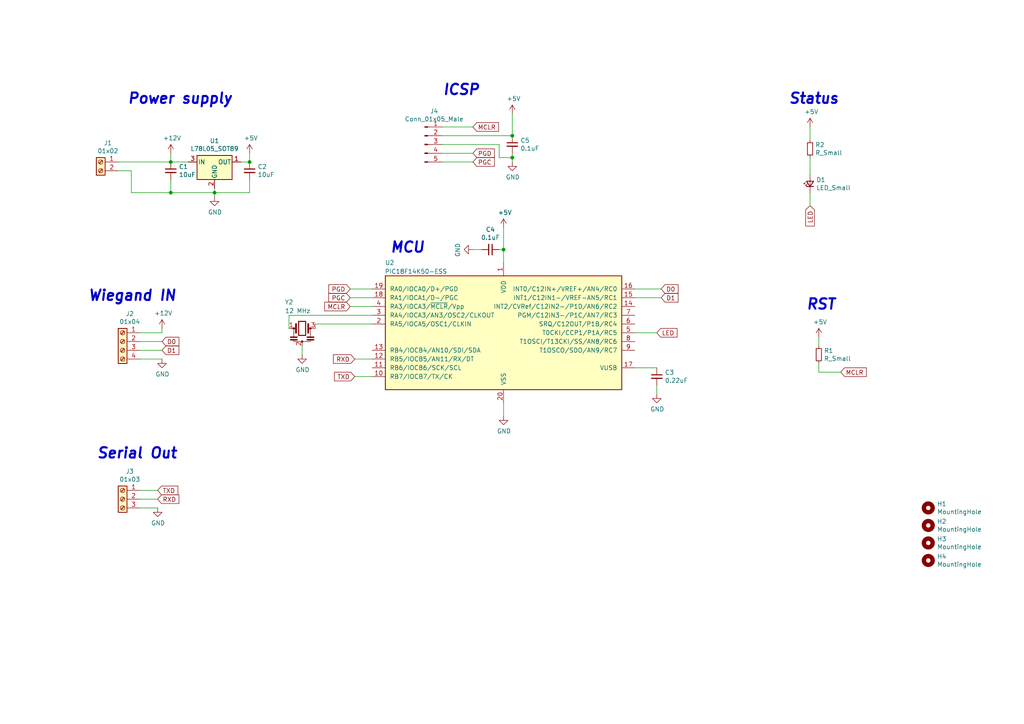
<source format=kicad_sch>
(kicad_sch (version 20211123) (generator eeschema)
  (paper "A4")
  (title_block (title "Convertidor Wiegand a Serial TTL") (date "2021-07-08") (rev "1.0") (company "JL- LAB") (comment 1 "Versión 1"))
  (lib_symbols
    (symbol "Connector:Conn_01x05_Male" (pin_names (offset 1.016) hide)
      (property "Reference" "J" (at 0 7.62 0))
      (property "Value" "Conn_01x05_Male" (at 0 -7.62 0))
      (symbol "Conn_01x05_Male_1_1"
        (polyline (pts (xy 1.27 -5.08) (xy 0.8636 -5.08)) (stroke (width 0.1524)))
        (polyline (pts (xy 1.27 -2.54) (xy 0.8636 -2.54)) (stroke (width 0.1524)))
        (polyline (pts (xy 1.27 0) (xy 0.8636 0)) (stroke (width 0.1524)))
        (polyline (pts (xy 1.27 2.54) (xy 0.8636 2.54)) (stroke (width 0.1524)))
        (polyline (pts (xy 1.27 5.08) (xy 0.8636 5.08)) (stroke (width 0.1524)))
        (rectangle (start 0.8636 -4.953) (end 0 -5.207) (stroke (width 0.1524)) (fill (type outline)))
        (rectangle (start 0.8636 -2.413) (end 0 -2.667) (stroke (width 0.1524)) (fill (type outline)))
        (rectangle (start 0.8636 0.127) (end 0 -0.127) (stroke (width 0.1524)) (fill (type outline)))
        (rectangle (start 0.8636 2.667) (end 0 2.413) (stroke (width 0.1524)) (fill (type outline)))
        (rectangle (start 0.8636 5.207) (end 0 4.953) (stroke (width 0.1524)) (fill (type outline)))
        (pin passive line (at 5.08 5.08 180) (length 3.81) (name "Pin_1") (number "1"))
        (pin passive line (at 5.08 2.54 180) (length 3.81) (name "Pin_2") (number "2"))
        (pin passive line (at 5.08 0 180) (length 3.81) (name "Pin_3") (number "3"))
        (pin passive line (at 5.08 -2.54 180) (length 3.81) (name "Pin_4") (number "4"))
        (pin passive line (at 5.08 -5.08 180) (length 3.81) (name "Pin_5") (number "5"))
      )
    )
    (symbol "Connector:Screw_Terminal_01x02" (pin_names (offset 1.016) hide)
      (property "Reference" "J" (at 0 2.54 0))
      (property "Value" "Screw_Terminal_01x02" (at 0 -5.08 0))
      (symbol "Screw_Terminal_01x02_1_1"
        (rectangle (start -1.27 1.27) (end 1.27 -3.81) (stroke (width 0.254)) (fill (type background)))
        (circle (center 0 -2.54) (radius 0.635) (stroke (width 0.1524)))
        (polyline (pts (xy -0.5334 -2.2098) (xy 0.3302 -3.048)) (stroke (width 0.1524)))
        (polyline (pts (xy -0.5334 0.3302) (xy 0.3302 -0.508)) (stroke (width 0.1524)))
        (polyline (pts (xy -0.3556 -2.032) (xy 0.508 -2.8702)) (stroke (width 0.1524)))
        (polyline (pts (xy -0.3556 0.508) (xy 0.508 -0.3302)) (stroke (width 0.1524)))
        (circle (center 0 0) (radius 0.635) (stroke (width 0.1524)))
        (pin passive line (at -5.08 0 0) (length 3.81) (name "Pin_1") (number "1"))
        (pin passive line (at -5.08 -2.54 0) (length 3.81) (name "Pin_2") (number "2"))
      )
    )
    (symbol "Connector:Screw_Terminal_01x03" (pin_names (offset 1.016) hide)
      (property "Reference" "J" (at 0 5.08 0))
      (property "Value" "Screw_Terminal_01x03" (at 0 -5.08 0))
      (symbol "Screw_Terminal_01x03_1_1"
        (rectangle (start -1.27 3.81) (end 1.27 -3.81) (stroke (width 0.254)) (fill (type background)))
        (circle (center 0 -2.54) (radius 0.635) (stroke (width 0.1524)))
        (polyline (pts (xy -0.5334 -2.2098) (xy 0.3302 -3.048)) (stroke (width 0.1524)))
        (polyline (pts (xy -0.5334 0.3302) (xy 0.3302 -0.508)) (stroke (width 0.1524)))
        (polyline (pts (xy -0.5334 2.8702) (xy 0.3302 2.032)) (stroke (width 0.1524)))
        (polyline (pts (xy -0.3556 -2.032) (xy 0.508 -2.8702)) (stroke (width 0.1524)))
        (polyline (pts (xy -0.3556 0.508) (xy 0.508 -0.3302)) (stroke (width 0.1524)))
        (polyline (pts (xy -0.3556 3.048) (xy 0.508 2.2098)) (stroke (width 0.1524)))
        (circle (center 0 0) (radius 0.635) (stroke (width 0.1524)))
        (circle (center 0 2.54) (radius 0.635) (stroke (width 0.1524)))
        (pin passive line (at -5.08 2.54 0) (length 3.81) (name "Pin_1") (number "1"))
        (pin passive line (at -5.08 0 0) (length 3.81) (name "Pin_2") (number "2"))
        (pin passive line (at -5.08 -2.54 0) (length 3.81) (name "Pin_3") (number "3"))
      )
    )
    (symbol "Connector:Screw_Terminal_01x04" (pin_names (offset 1.016) hide)
      (property "Reference" "J" (at 0 5.08 0))
      (property "Value" "Screw_Terminal_01x04" (at 0 -7.62 0))
      (symbol "Screw_Terminal_01x04_1_1"
        (rectangle (start -1.27 3.81) (end 1.27 -6.35) (stroke (width 0.254)) (fill (type background)))
        (circle (center 0 -5.08) (radius 0.635) (stroke (width 0.1524)))
        (circle (center 0 -2.54) (radius 0.635) (stroke (width 0.1524)))
        (polyline (pts (xy -0.5334 -4.7498) (xy 0.3302 -5.588)) (stroke (width 0.1524)))
        (polyline (pts (xy -0.5334 -2.2098) (xy 0.3302 -3.048)) (stroke (width 0.1524)))
        (polyline (pts (xy -0.5334 0.3302) (xy 0.3302 -0.508)) (stroke (width 0.1524)))
        (polyline (pts (xy -0.5334 2.8702) (xy 0.3302 2.032)) (stroke (width 0.1524)))
        (polyline (pts (xy -0.3556 -4.572) (xy 0.508 -5.4102)) (stroke (width 0.1524)))
        (polyline (pts (xy -0.3556 -2.032) (xy 0.508 -2.8702)) (stroke (width 0.1524)))
        (polyline (pts (xy -0.3556 0.508) (xy 0.508 -0.3302)) (stroke (width 0.1524)))
        (polyline (pts (xy -0.3556 3.048) (xy 0.508 2.2098)) (stroke (width 0.1524)))
        (circle (center 0 0) (radius 0.635) (stroke (width 0.1524)))
        (circle (center 0 2.54) (radius 0.635) (stroke (width 0.1524)))
        (pin passive line (at -5.08 2.54 0) (length 3.81) (name "Pin_1") (number "1"))
        (pin passive line (at -5.08 0 0) (length 3.81) (name "Pin_2") (number "2"))
        (pin passive line (at -5.08 -2.54 0) (length 3.81) (name "Pin_3") (number "3"))
        (pin passive line (at -5.08 -5.08 0) (length 3.81) (name "Pin_4") (number "4"))
      )
    )
    (symbol "Device:C_Small" (pin_numbers hide) (pin_names (offset 0.254) hide)
      (property "Reference" "C" (at 0.254 1.778 0))
      (property "Value" "C_Small" (at 0.254 -2.032 0))
      (symbol "C_Small_0_1"
        (polyline (pts (xy -1.524 -0.508) (xy 1.524 -0.508)) (stroke (width 0.3302)))
        (polyline (pts (xy -1.524 0.508) (xy 1.524 0.508)) (stroke (width 0.3048)))
      )
      (symbol "C_Small_1_1"
        (pin passive line (at 0 2.54 270) (length 2.032) (name "~") (number "1"))
        (pin passive line (at 0 -2.54 90) (length 2.032) (name "~") (number "2"))
      )
    )
    (symbol "Device:LED_Small" (pin_numbers hide) (pin_names (offset 0.254) hide)
      (property "Reference" "D" (at -1.27 3.175 0))
      (property "Value" "LED_Small" (at -4.445 -2.54 0))
      (symbol "LED_Small_0_1"
        (polyline (pts (xy -0.762 -1.016) (xy -0.762 1.016)) (stroke (width 0.254)))
        (polyline (pts (xy 1.016 0) (xy -0.762 0)))
        (polyline (pts (xy 0.762 -1.016) (xy -0.762 0) (xy 0.762 1.016) (xy 0.762 -1.016)) (stroke (width 0.254)))
        (polyline (pts (xy 0 0.762) (xy -0.508 1.27) (xy -0.254 1.27) (xy -0.508 1.27) (xy -0.508 1.016)))
        (polyline (pts (xy 0.508 1.27) (xy 0 1.778) (xy 0.254 1.778) (xy 0 1.778) (xy 0 1.524)))
      )
      (symbol "LED_Small_1_1"
        (pin passive line (at -2.54 0 0) (length 1.778) (name "K") (number "1"))
        (pin passive line (at 2.54 0 180) (length 1.778) (name "A") (number "2"))
      )
    )
    (symbol "Device:R_Small" (pin_numbers hide) (pin_names (offset 0.254) hide)
      (property "Reference" "R" (at 0.762 0.508 0))
      (property "Value" "R_Small" (at 0.762 -1.016 0))
      (symbol "R_Small_0_1"
        (rectangle (start -0.762 1.778) (end 0.762 -1.778) (stroke (width 0.2032)))
      )
      (symbol "R_Small_1_1"
        (pin passive line (at 0 2.54 270) (length 0.762) (name "~") (number "1"))
        (pin passive line (at 0 -2.54 90) (length 0.762) (name "~") (number "2"))
      )
    )
    (symbol "Device:Resonator" (pin_names (offset 1.016) hide)
      (property "Reference" "Y" (at 0 5.715 0))
      (property "Value" "Resonator" (at 0 3.81 0))
      (symbol "Resonator_0_1"
        (rectangle (start -3.429 -3.175) (end -1.397 -3.429) (fill (type outline)))
        (rectangle (start -3.429 -2.413) (end -1.397 -2.667) (fill (type outline)))
        (circle (center -2.413 0) (radius 0.254) (fill (type outline)))
        (rectangle (start -1.016 2.032) (end 1.016 -2.032) (stroke (width 0.3048)))
        (circle (center 0 -3.81) (radius 0.254) (fill (type outline)))
        (polyline (pts (xy -2.413 -2.413) (xy -2.413 0)))
        (polyline (pts (xy -1.905 0) (xy -3.175 0)))
        (polyline (pts (xy -1.778 -1.27) (xy -1.778 1.27)) (stroke (width 0.508)))
        (polyline (pts (xy 1.778 -1.27) (xy 1.778 1.27)) (stroke (width 0.508)))
        (polyline (pts (xy 1.905 0) (xy 2.54 0)))
        (polyline (pts (xy 2.413 0) (xy 2.413 -2.54)))
        (polyline (pts (xy 2.413 -3.302) (xy 2.413 -3.81) (xy -2.413 -3.81) (xy -2.413 -3.302)))
        (rectangle (start 1.397 -3.175) (end 3.429 -3.429) (fill (type outline)))
        (rectangle (start 1.397 -2.413) (end 3.429 -2.667) (fill (type outline)))
        (circle (center 2.413 0) (radius 0.254) (fill (type outline)))
      )
      (symbol "Resonator_1_1"
        (pin passive line (at -3.81 0 0) (length 1.27) (name "1") (number "1"))
        (pin passive line (at 0 -5.08 90) (length 1.27) (name "2") (number "2"))
        (pin passive line (at 3.81 0 180) (length 1.27) (name "3") (number "3"))
      )
    )
    (symbol "MCU_Microchip_PIC18:PIC18F14K50-ESS" (pin_names (offset 1.27))
      (property "Reference" "U" (at -33.02 17.78 0))
      (property "Value" "PIC18F14K50-ESS" (at 22.86 -17.78 0))
      (symbol "PIC18F14K50-ESS_0_1"
        (rectangle (start -34.29 16.51) (end 34.29 -16.51) (stroke (width 0.254)) (fill (type background)))
      )
      (symbol "PIC18F14K50-ESS_1_1"
        (pin power_in line (at 0 20.32 270) (length 3.81) (name "VDD") (number "1"))
        (pin bidirectional line (at -38.1 -12.7 0) (length 3.81) (name "RB7/IOCB7/TX/CK") (number "10"))
        (pin bidirectional line (at -38.1 -10.16 0) (length 3.81) (name "RB6/IOCB6/SCK/SCL") (number "11"))
        (pin bidirectional line (at -38.1 -7.62 0) (length 3.81) (name "RB5/IOCB5/AN11/RX/DT") (number "12"))
        (pin bidirectional line (at -38.1 -5.08 0) (length 3.81) (name "RB4/IOCB4/AN10/SDI/SDA") (number "13"))
        (pin bidirectional line (at 38.1 7.62 180) (length 3.81) (name "INT2/CVRef/C12IN2-/P1D/AN6/RC2") (number "14"))
        (pin bidirectional line (at 38.1 10.16 180) (length 3.81) (name "INT1/C12IN1-/VREF-AN5/RC1") (number "15"))
        (pin bidirectional line (at 38.1 12.7 180) (length 3.81) (name "INT0/C12IN+/VREF+/AN4/RC0") (number "16"))
        (pin passive line (at 38.1 -10.16 180) (length 3.81) (name "VUSB") (number "17"))
        (pin bidirectional line (at -38.1 10.16 0) (length 3.81) (name "RA1/IOCA1/D-/PGC") (number "18"))
        (pin bidirectional line (at -38.1 12.7 0) (length 3.81) (name "RA0/IOCA0/D+/PGD") (number "19"))
        (pin bidirectional line (at -38.1 2.54 0) (length 3.81) (name "RA5/IOCA5/OSC1/CLKIN") (number "2"))
        (pin power_in line (at 0 -20.32 90) (length 3.81) (name "VSS") (number "20"))
        (pin bidirectional line (at -38.1 5.08 0) (length 3.81) (name "RA4/IOCA3/AN3/OSC2/CLKOUT") (number "3"))
        (pin input line (at -38.1 7.62 0) (length 3.81) (name "RA3/IOCA3/~{MCLR}/Vpp") (number "4"))
        (pin bidirectional line (at 38.1 0 180) (length 3.81) (name "T0CKI/CCP1/P1A/RC5") (number "5"))
        (pin bidirectional line (at 38.1 2.54 180) (length 3.81) (name "SRQ/C12OUT/P1B/RC4") (number "6"))
        (pin bidirectional line (at 38.1 5.08 180) (length 3.81) (name "PGM/C12IN3-/P1C/AN7/RC3") (number "7"))
        (pin bidirectional line (at 38.1 -2.54 180) (length 3.81) (name "T1OSCI/T13CKI/SS/AN8/RC6") (number "8"))
        (pin bidirectional line (at 38.1 -5.08 180) (length 3.81) (name "T1OSCO/SDO/AN9/RC7") (number "9"))
      )
    )
    (symbol "Mechanical:MountingHole" (pin_names (offset 1.016))
      (property "Reference" "H" (at 0 5.08 0))
      (property "Value" "MountingHole" (at 0 3.175 0))
      (symbol "MountingHole_0_1"
        (circle (center 0 0) (radius 1.27) (stroke (width 1.27)))
      )
    )
    (symbol "Regulator_Linear:L78L05_SOT89" (pin_names (offset 0.254))
      (property "Reference" "U" (at -3.81 3.175 0))
      (property "Value" "L78L05_SOT89" (at -0.635 3.175 0))
      (symbol "L78L05_SOT89_0_1"
        (rectangle (start -5.08 1.905) (end 5.08 -5.08) (stroke (width 0.254)) (fill (type background)))
      )
      (symbol "L78L05_SOT89_1_1"
        (pin power_out line (at 7.62 0 180) (length 2.54) (name "OUT") (number "1"))
        (pin power_in line (at 0 -7.62 90) (length 2.54) (name "GND") (number "2"))
        (pin power_in line (at -7.62 0 0) (length 2.54) (name "IN") (number "3"))
      )
    )
    (symbol "power:+12V" (power) (pin_names (offset 0))
      (property "Value" "+12V" (at 0 3.556 0))
      (symbol "+12V_0_1"
        (polyline (pts (xy -0.762 1.27) (xy 0 2.54)))
        (polyline (pts (xy 0 0) (xy 0 2.54)))
        (polyline (pts (xy 0 2.54) (xy 0.762 1.27)))
      )
      (symbol "+12V_1_1"
        (pin power_in line (at 0 0 90) (length 0) hide (name "+12V") (number "1"))
      )
    )
    (symbol "power:+5V" (power) (pin_names (offset 0))
      (property "Value" "+5V" (at 0 3.556 0))
      (symbol "+5V_0_1"
        (polyline (pts (xy -0.762 1.27) (xy 0 2.54)))
        (polyline (pts (xy 0 0) (xy 0 2.54)))
        (polyline (pts (xy 0 2.54) (xy 0.762 1.27)))
      )
      (symbol "+5V_1_1"
        (pin power_in line (at 0 0 90) (length 0) hide (name "+5V") (number "1"))
      )
    )
    (symbol "power:GND" (power) (pin_names (offset 0))
      (property "Value" "GND" (at 0 -3.81 0))
      (symbol "GND_0_1"
        (polyline (pts (xy 0 0) (xy 0 -1.27) (xy 1.27 -1.27) (xy 0 -2.54) (xy -1.27 -1.27) (xy 0 -1.27)))
      )
      (symbol "GND_1_1"
        (pin power_in line (at 0 0 270) (length 0) hide (name "GND") (number "1"))
      )
    )
  )
  (junction (at 148.59 39.37))
  (junction (at 49.53 55.88))
  (junction (at 62.23 55.88))
  (junction (at 148.59 45.72))
  (junction (at 49.53 46.99))
  (junction (at 146.05 72.39))
  (junction (at 72.39 46.99))
  (wire (pts (xy 49.53 52.07) (xy 49.53 55.88)))
  (wire (pts (xy 72.39 46.99) (xy 69.85 46.99)))
  (wire (pts (xy 190.5 106.68) (xy 184.15 106.68)))
  (wire (pts (xy 137.16 46.99) (xy 128.27 46.99)))
  (wire (pts (xy 40.64 99.06) (xy 46.99 99.06)))
  (wire (pts (xy 234.95 36.83) (xy 234.95 40.64)))
  (wire (pts (xy 72.39 52.07) (xy 72.39 55.88)))
  (wire (pts (xy 72.39 55.88) (xy 62.23 55.88)))
  (wire (pts (xy 40.64 144.78) (xy 45.72 144.78)))
  (wire (pts (xy 91.44 93.98) (xy 107.95 93.98)))
  (wire (pts (xy 40.64 104.14) (xy 46.99 104.14)))
  (wire (pts (xy 190.5 111.76) (xy 190.5 114.3)))
  (wire (pts (xy 128.27 41.91) (xy 144.78 41.91)))
  (wire (pts (xy 237.49 97.79) (xy 237.49 100.33)))
  (wire (pts (xy 146.05 76.2) (xy 146.05 72.39)))
  (wire (pts (xy 101.6 83.82) (xy 107.95 83.82)))
  (wire (pts (xy 38.1 55.88) (xy 49.53 55.88)))
  (wire (pts (xy 38.1 49.53) (xy 38.1 55.88)))
  (wire (pts (xy 62.23 55.88) (xy 62.23 54.61)))
  (wire (pts (xy 102.87 109.22) (xy 107.95 109.22)))
  (wire (pts (xy 148.59 33.02) (xy 148.59 39.37)))
  (wire (pts (xy 144.78 41.91) (xy 144.78 45.72)))
  (wire (pts (xy 128.27 36.83) (xy 137.16 36.83)))
  (wire (pts (xy 91.44 95.25) (xy 91.44 93.98)))
  (wire (pts (xy 40.64 96.52) (xy 46.99 96.52)))
  (wire (pts (xy 34.29 46.99) (xy 49.53 46.99)))
  (wire (pts (xy 49.53 44.45) (xy 49.53 46.99)))
  (wire (pts (xy 107.95 88.9) (xy 101.6 88.9)))
  (wire (pts (xy 144.78 45.72) (xy 148.59 45.72)))
  (wire (pts (xy 148.59 44.45) (xy 148.59 45.72)))
  (wire (pts (xy 107.95 91.44) (xy 83.82 91.44)))
  (wire (pts (xy 40.64 101.6) (xy 46.99 101.6)))
  (wire (pts (xy 40.64 147.32) (xy 45.72 147.32)))
  (wire (pts (xy 62.23 57.15) (xy 62.23 55.88)))
  (wire (pts (xy 191.77 86.36) (xy 184.15 86.36)))
  (wire (pts (xy 237.49 107.95) (xy 237.49 105.41)))
  (wire (pts (xy 46.99 96.52) (xy 46.99 95.25)))
  (wire (pts (xy 243.84 107.95) (xy 237.49 107.95)))
  (wire (pts (xy 83.82 91.44) (xy 83.82 95.25)))
  (wire (pts (xy 34.29 49.53) (xy 38.1 49.53)))
  (wire (pts (xy 107.95 104.14) (xy 102.87 104.14)))
  (wire (pts (xy 40.64 142.24) (xy 45.72 142.24)))
  (wire (pts (xy 191.77 83.82) (xy 184.15 83.82)))
  (wire (pts (xy 234.95 59.69) (xy 234.95 55.88)))
  (wire (pts (xy 107.95 86.36) (xy 101.6 86.36)))
  (wire (pts (xy 137.16 44.45) (xy 128.27 44.45)))
  (wire (pts (xy 87.63 100.33) (xy 87.63 102.87)))
  (wire (pts (xy 146.05 72.39) (xy 146.05 66.04)))
  (wire (pts (xy 234.95 45.72) (xy 234.95 50.8)))
  (wire (pts (xy 128.27 39.37) (xy 148.59 39.37)))
  (wire (pts (xy 146.05 72.39) (xy 144.78 72.39)))
  (wire (pts (xy 146.05 116.84) (xy 146.05 120.65)))
  (wire (pts (xy 54.61 46.99) (xy 49.53 46.99)))
  (wire (pts (xy 139.7 72.39) (xy 137.16 72.39)))
  (wire (pts (xy 190.5 96.52) (xy 184.15 96.52)))
  (wire (pts (xy 72.39 44.45) (xy 72.39 46.99)))
  (wire (pts (xy 148.59 45.72) (xy 148.59 46.99)))
  (wire (pts (xy 49.53 55.88) (xy 62.23 55.88)))
  (text "Status" (at 228.6 30.48 0) (effects (font (size 2.9972 2.9972) (thickness 0.5994) bold italic) (justify left bottom)))
  (text "MCU" (at 113.03 73.66 0) (effects (font (size 2.9972 2.9972) (thickness 0.5994) bold italic) (justify left bottom)))
  (text "Serial Out" (at 27.94 133.35 0) (effects (font (size 2.9972 2.9972) (thickness 0.5994) bold italic) (justify left bottom)))
  (text "Wiegand IN" (at 25.4 87.63 0) (effects (font (size 2.9972 2.9972) (thickness 0.5994) bold italic) (justify left bottom)))
  (text "ICSP" (at 128.27 27.94 0) (effects (font (size 2.9972 2.9972) (thickness 0.5994) bold italic) (justify left bottom)))
  (text "Power supply" (at 36.83 30.48 0) (effects (font (size 2.9972 2.9972) (thickness 0.5994) bold italic) (justify left bottom)))
  (text "RST" (at 233.68 90.17 0) (effects (font (size 2.9972 2.9972) (thickness 0.5994) bold italic) (justify left bottom)))
  (global_label "PGD" (shape input) (at 137.16 44.45 0) (property "Intersheet References" "${INTERSHEET_REFS}" (effects hide)))
  (global_label "MCLR" (shape input) (at 243.84 107.95 0) (property "Intersheet References" "${INTERSHEET_REFS}" (effects hide)))
  (global_label "D0" (shape input) (at 191.77 83.82 0) (property "Intersheet References" "${INTERSHEET_REFS}" (effects hide)))
  (global_label "MCLR" (shape input) (at 137.16 36.83 0) (property "Intersheet References" "${INTERSHEET_REFS}" (effects hide)))
  (global_label "LED" (shape input) (at 234.95 59.69 270) (property "Intersheet References" "${INTERSHEET_REFS}" (effects hide)))
  (global_label "RXD" (shape input) (at 102.87 104.14 180) (property "Intersheet References" "${INTERSHEET_REFS}" (effects hide)))
  (global_label "D1" (shape input) (at 191.77 86.36 0) (property "Intersheet References" "${INTERSHEET_REFS}" (effects hide)))
  (global_label "D0" (shape input) (at 46.99 99.06 0) (property "Intersheet References" "${INTERSHEET_REFS}" (effects hide)))
  (global_label "TXD" (shape input) (at 102.87 109.22 180) (property "Intersheet References" "${INTERSHEET_REFS}" (effects hide)))
  (global_label "PGC" (shape input) (at 137.16 46.99 0) (property "Intersheet References" "${INTERSHEET_REFS}" (effects hide)))
  (global_label "RXD" (shape input) (at 45.72 144.78 0) (property "Intersheet References" "${INTERSHEET_REFS}" (effects hide)))
  (global_label "PGD" (shape input) (at 101.6 83.82 180) (property "Intersheet References" "${INTERSHEET_REFS}" (effects hide)))
  (global_label "TXD" (shape input) (at 45.72 142.24 0) (property "Intersheet References" "${INTERSHEET_REFS}" (effects hide)))
  (global_label "D1" (shape input) (at 46.99 101.6 0) (property "Intersheet References" "${INTERSHEET_REFS}" (effects hide)))
  (global_label "LED" (shape input) (at 190.5 96.52 0) (property "Intersheet References" "${INTERSHEET_REFS}" (effects hide)))
  (global_label "MCLR" (shape input) (at 101.6 88.9 180) (property "Intersheet References" "${INTERSHEET_REFS}" (effects hide)))
  (global_label "PGC" (shape input) (at 101.6 86.36 180) (property "Intersheet References" "${INTERSHEET_REFS}" (effects hide)))
  (symbol (lib_id "Mechanical:MountingHole") (at 269.24 162.56 0) (unit 1)
    (property "Reference" "H4" (at 271.78 161.3916 0) (effects (justify left)))
    (property "Value" "MountingHole" (at 271.78 163.703 0) (effects (justify left)))
    (property "Footprint" "MountingHole:MountingHole_3.2mm_M3_DIN965" (effects hide))
    (property "LCSC" "-" (effects hide))
  )
  (symbol (lib_id "Mechanical:MountingHole") (at 269.24 157.48 0) (unit 1)
    (property "Reference" "H3" (at 271.78 156.3116 0) (effects (justify left)))
    (property "Value" "MountingHole" (at 271.78 158.623 0) (effects (justify left)))
    (property "Footprint" "MountingHole:MountingHole_3.2mm_M3_DIN965" (effects hide))
    (property "LCSC" "-" (effects hide))
  )
  (symbol (lib_id "Mechanical:MountingHole") (at 269.24 152.4 0) (unit 1)
    (property "Reference" "H2" (at 271.78 151.2316 0) (effects (justify left)))
    (property "Value" "MountingHole" (at 271.78 153.543 0) (effects (justify left)))
    (property "Footprint" "MountingHole:MountingHole_3.2mm_M3_DIN965" (effects hide))
    (property "LCSC" "-" (effects hide))
  )
  (symbol (lib_id "Mechanical:MountingHole") (at 269.24 147.32 0) (unit 1)
    (property "Reference" "H1" (at 271.78 146.1516 0) (effects (justify left)))
    (property "Value" "MountingHole" (at 271.78 148.463 0) (effects (justify left)))
    (property "Footprint" "MountingHole:MountingHole_3.2mm_M3_DIN965" (effects hide))
    (property "LCSC" "-" (effects hide))
  )
  (symbol (lib_id "MCU_Microchip_PIC18:PIC18F14K50-ESS") (at 146.05 96.52 0) (unit 1)
    (property "Reference" "U2" (at 113.03 76.2 0))
    (property "Value" "PIC18F14K50-ESS" (at 120.65 78.74 0))
    (property "Footprint" "Package_SO:SSOP-20_5.3x7.2mm_P0.65mm" (effects hide))
    (property "Datasheet" "http://ww1.microchip.com/downloads/en/devicedoc/41350c.pdf" (effects hide))
    (property "LCSC" "C12460" (effects hide))
  )
  (symbol (lib_id "Connector:Screw_Terminal_01x02") (at 29.21 46.99 0) (mirror y) (unit 1)
    (property "Reference" "J1" (at 31.2928 41.4782 0))
    (property "Value" "01x02" (at 31.2928 43.7896 0))
    (property "Footprint" "TerminalBlock_4Ucon:TerminalBlock_4Ucon_1x02_P3.50mm_Horizontal" (effects hide))
    (property "LCSC" "C784942" (effects hide))
  )
  (symbol (lib_id "Connector:Screw_Terminal_01x04") (at 35.56 99.06 0) (mirror y) (unit 1)
    (property "Reference" "J2" (at 37.6428 91.0082 0))
    (property "Value" "01x04" (at 37.6428 93.3196 0))
    (property "Footprint" "TerminalBlock_4Ucon:TerminalBlock_4Ucon_1x04_P3.50mm_Horizontal" (effects hide))
    (property "LCSC" "C557656" (effects hide))
  )
  (symbol (lib_id "Connector:Screw_Terminal_01x03") (at 35.56 144.78 0) (mirror y) (unit 1)
    (property "Reference" "J3" (at 37.6428 136.7282 0))
    (property "Value" "01x03" (at 37.6428 139.0396 0))
    (property "Footprint" "TerminalBlock_4Ucon:TerminalBlock_4Ucon_1x03_P3.50mm_Horizontal" (effects hide))
    (property "LCSC" "C557655" (effects hide))
  )
  (symbol (lib_id "Device:Resonator") (at 87.63 95.25 0) (unit 1)
    (property "Reference" "Y2" (at 83.82 87.63 0))
    (property "Value" "12 MHz" (at 86.36 90.17 0))
    (property "Footprint" "Crystal:Resonator_SMD_muRata_CSTxExxV-3Pin_3.0x1.1mm" (effects hide))
    (property "Part Number" "CSTNE12M0G52Z000R0" (effects hide))
    (property "LCSC" "C907940" (effects hide))
  )
  (symbol (lib_id "power:GND") (at 87.63 102.87 0) (unit 1)
    (property "Reference" "#PWR0101" (effects hide))
    (property "Value" "GND" (at 87.757 107.2642 0))
  )
  (symbol (lib_id "power:+5V") (at 72.39 44.45 0) (unit 1)
    (property "Reference" "#PWR0102" (effects hide))
    (property "Value" "+5V" (at 72.771 40.0558 0))
  )
  (symbol (lib_id "Regulator_Linear:L78L05_SOT89") (at 62.23 46.99 0) (unit 1)
    (property "Reference" "U1" (at 62.23 40.8432 0))
    (property "Value" "L78L05_SOT89" (at 62.23 43.1546 0))
    (property "Footprint" "Package_TO_SOT_SMD:SOT-89-3" (effects hide))
    (property "Datasheet" "https://lcsc.com/product-detail/Dropout-Regulators-LDO_LR-LR2010B-M50_C459773.html" (effects hide))
    (property "Part Number" "LR2010B-M50" (effects hide))
    (property "LCSC" "C459773" (effects hide))
  )
  (symbol (lib_id "Device:C_Small") (at 49.53 49.53 0) (unit 1)
    (property "Reference" "C1" (at 51.8668 48.3616 0) (effects (justify left)))
    (property "Value" "10uF" (at 51.8668 50.673 0) (effects (justify left)))
    (property "Footprint" "Capacitor_SMD:C_0805_2012Metric_Pad1.18x1.45mm_HandSolder" (effects hide))
    (property "LCSC" "C40894" (effects hide))
  )
  (symbol (lib_id "Device:C_Small") (at 72.39 49.53 0) (unit 1)
    (property "Reference" "C2" (at 74.7268 48.3616 0) (effects (justify left)))
    (property "Value" "10uF" (at 74.7268 50.673 0) (effects (justify left)))
    (property "Footprint" "Capacitor_SMD:C_0805_2012Metric_Pad1.18x1.45mm_HandSolder" (effects hide))
    (property "LCSC" "C40894" (effects hide))
  )
  (symbol (lib_id "power:+12V") (at 49.53 44.45 0) (unit 1)
    (property "Reference" "#PWR0103" (effects hide))
    (property "Value" "+12V" (at 49.911 40.0558 0))
  )
  (symbol (lib_id "Device:C_Small") (at 190.5 109.22 0) (unit 1)
    (property "Reference" "C3" (at 192.8368 108.0516 0) (effects (justify left)))
    (property "Value" "0.22uF" (at 192.8368 110.363 0) (effects (justify left)))
    (property "Footprint" "Capacitor_SMD:C_0805_2012Metric_Pad1.18x1.45mm_HandSolder" (effects hide))
    (property "LCSC" "C13967" (effects hide))
  )
  (symbol (lib_id "power:GND") (at 46.99 104.14 0) (unit 1)
    (property "Reference" "#PWR0105" (effects hide))
    (property "Value" "GND" (at 47.117 108.5342 0))
  )
  (symbol (lib_id "power:GND") (at 45.72 147.32 0) (unit 1)
    (property "Reference" "#PWR0106" (effects hide))
    (property "Value" "GND" (at 45.847 151.7142 0))
  )
  (symbol (lib_id "power:GND") (at 146.05 120.65 0) (unit 1)
    (property "Reference" "#PWR0107" (effects hide))
    (property "Value" "GND" (at 146.177 125.0442 0))
  )
  (symbol (lib_id "power:GND") (at 190.5 114.3 0) (unit 1)
    (property "Reference" "#PWR0108" (effects hide))
    (property "Value" "GND" (at 190.627 118.6942 0))
  )
  (symbol (lib_id "Connector:Conn_01x05_Male") (at 123.19 41.91 0) (unit 1)
    (property "Reference" "J4" (at 125.9332 32.2326 0))
    (property "Value" "Conn_01x05_Male" (at 125.9332 34.544 0))
    (property "Footprint" "Connector_PinHeader_2.54mm:PinHeader_1x05_P2.54mm_Vertical" (effects hide))
  )
  (symbol (lib_id "power:+5V") (at 148.59 33.02 0) (unit 1)
    (property "Reference" "#PWR0109" (effects hide))
    (property "Value" "+5V" (at 148.971 28.6258 0))
  )
  (symbol (lib_id "power:GND") (at 148.59 46.99 0) (unit 1)
    (property "Reference" "#PWR0110" (effects hide))
    (property "Value" "GND" (at 148.717 51.3842 0))
  )
  (symbol (lib_id "Device:R_Small") (at 237.49 102.87 0) (unit 1)
    (property "Reference" "R1" (at 238.9886 101.7016 0) (effects (justify left)))
    (property "Value" "R_Small" (at 238.9886 104.013 0) (effects (justify left)))
    (property "Footprint" "Resistor_SMD:R_0805_2012Metric_Pad1.20x1.40mm_HandSolder" (effects hide))
    (property "LCSC" "C17414" (effects hide))
  )
  (symbol (lib_id "power:+5V") (at 237.49 97.79 0) (unit 1)
    (property "Reference" "#PWR0111" (effects hide))
    (property "Value" "+5V" (at 237.871 93.3958 0))
  )
  (symbol (lib_id "power:+12V") (at 46.99 95.25 0) (unit 1)
    (property "Reference" "#PWR0113" (effects hide))
    (property "Value" "+12V" (at 47.371 90.8558 0))
  )
  (symbol (lib_id "Device:C_Small") (at 148.59 41.91 0) (unit 1)
    (property "Reference" "C5" (at 150.9268 40.7416 0) (effects (justify left)))
    (property "Value" "0.1uF" (at 150.9268 43.053 0) (effects (justify left)))
    (property "Footprint" "Capacitor_SMD:C_0805_2012Metric_Pad1.18x1.45mm_HandSolder" (effects hide))
    (property "LCSC" "C1790" (effects hide))
  )
  (symbol (lib_id "power:GND") (at 62.23 57.15 0) (unit 1)
    (property "Reference" "#PWR01" (effects hide))
    (property "Value" "GND" (at 62.357 61.5442 0))
  )
  (symbol (lib_id "Device:C_Small") (at 142.24 72.39 270) (unit 1)
    (property "Reference" "C4" (at 142.24 66.5734 90))
    (property "Value" "0.1uF" (at 142.24 68.8848 90))
    (property "Footprint" "Capacitor_SMD:C_0805_2012Metric_Pad1.18x1.45mm_HandSolder" (effects hide))
    (property "LCSC" "C1790" (effects hide))
  )
  (symbol (lib_id "power:+5V") (at 146.05 66.04 0) (unit 1)
    (property "Reference" "#PWR03" (effects hide))
    (property "Value" "+5V" (at 146.431 61.6458 0))
  )
  (symbol (lib_id "power:GND") (at 137.16 72.39 270) (unit 1)
    (property "Reference" "#PWR02" (effects hide))
    (property "Value" "GND" (at 132.7658 72.517 0))
  )
  (symbol (lib_id "Device:R_Small") (at 234.95 43.18 0) (unit 1)
    (property "Reference" "R2" (at 236.4486 42.0116 0) (effects (justify left)))
    (property "Value" "R_Small" (at 236.4486 44.323 0) (effects (justify left)))
    (property "Footprint" "Resistor_SMD:R_0805_2012Metric_Pad1.20x1.40mm_HandSolder" (effects hide))
    (property "LCSC" "C17630" (effects hide))
  )
  (symbol (lib_id "power:+5V") (at 234.95 36.83 0) (unit 1)
    (property "Reference" "#PWR04" (effects hide))
    (property "Value" "+5V" (at 235.331 32.4358 0))
  )
  (symbol (lib_id "Device:LED_Small") (at 234.95 53.34 90) (unit 1)
    (property "Reference" "D1" (at 236.728 52.1716 90) (effects (justify right)))
    (property "Value" "LED_Small" (at 236.728 54.483 90) (effects (justify right)))
    (property "Footprint" "LED_SMD:LED_0805_2012Metric_Pad1.15x1.40mm_HandSolder" (effects hide))
    (property "LCSC" "C84256" (effects hide))
  )
)
</source>
